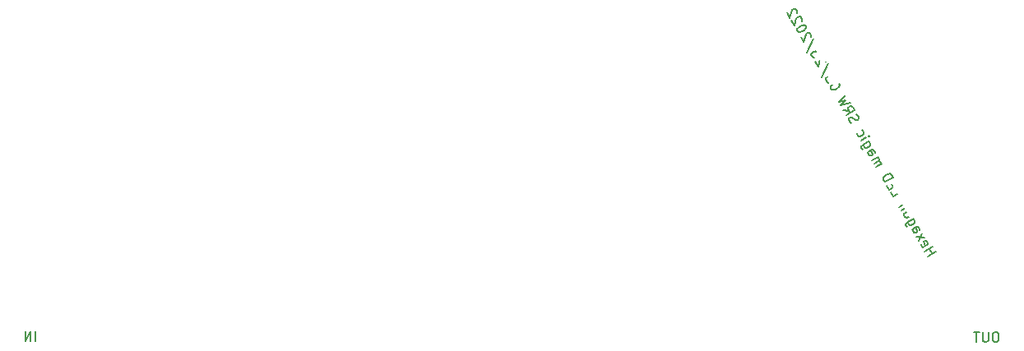
<source format=gbo>
%TF.GenerationSoftware,KiCad,Pcbnew,(5.1.6-0-10_14)*%
%TF.CreationDate,2022-03-25T15:42:39-05:00*%
%TF.ProjectId,ws2812b_hexagon_BACKUP_20220323,77733238-3132-4625-9f68-657861676f6e,rev?*%
%TF.SameCoordinates,Original*%
%TF.FileFunction,Legend,Bot*%
%TF.FilePolarity,Positive*%
%FSLAX46Y46*%
G04 Gerber Fmt 4.6, Leading zero omitted, Abs format (unit mm)*
G04 Created by KiCad (PCBNEW (5.1.6-0-10_14)) date 2022-03-25 15:42:39*
%MOMM*%
%LPD*%
G01*
G04 APERTURE LIST*
%ADD10C,0.150000*%
%ADD11C,0.100000*%
%ADD12R,1.800000X1.800000*%
%ADD13O,1.800000X1.800000*%
G04 APERTURE END LIST*
D10*
X208204417Y-98232319D02*
X209070442Y-97732319D01*
X208658049Y-97970414D02*
X208372335Y-97475543D01*
X207918702Y-97737447D02*
X208784728Y-97237447D01*
X207531370Y-96971330D02*
X207537750Y-97077618D01*
X207632988Y-97242576D01*
X207721846Y-97301245D01*
X207828134Y-97294865D01*
X208158049Y-97104389D01*
X208216718Y-97015531D01*
X208210338Y-96909242D01*
X208115100Y-96744285D01*
X208026242Y-96685616D01*
X207919954Y-96691996D01*
X207837475Y-96739615D01*
X207993092Y-97199627D01*
X207299655Y-96665225D02*
X207615100Y-95878260D01*
X207877005Y-96331892D02*
X207037750Y-96211593D01*
X206632988Y-95510525D02*
X207086620Y-95248620D01*
X207192908Y-95242240D01*
X207281767Y-95300909D01*
X207377005Y-95465867D01*
X207383385Y-95572155D01*
X206674227Y-95486715D02*
X206680607Y-95593004D01*
X206799655Y-95799200D01*
X206888513Y-95857869D01*
X206994801Y-95851489D01*
X207077280Y-95803870D01*
X207135949Y-95715012D01*
X207129569Y-95608724D01*
X207010521Y-95402527D01*
X207004142Y-95296239D01*
X206757957Y-94393645D02*
X206056889Y-94798407D01*
X205998220Y-94887265D01*
X205980790Y-94952314D01*
X205987170Y-95058602D01*
X206058599Y-95182320D01*
X206147457Y-95240989D01*
X206221846Y-94703169D02*
X206228226Y-94809457D01*
X206323464Y-94974414D01*
X206412323Y-95033083D01*
X206477371Y-95050513D01*
X206583660Y-95044133D01*
X206831095Y-94901276D01*
X206889764Y-94812418D01*
X206907194Y-94747369D01*
X206900814Y-94641081D01*
X206805576Y-94476123D01*
X206716718Y-94417454D01*
X205871083Y-94190867D02*
X205959942Y-94249536D01*
X206024990Y-94266966D01*
X206131279Y-94260586D01*
X206378714Y-94117729D01*
X206437383Y-94028871D01*
X206454813Y-93963822D01*
X206448434Y-93857534D01*
X206377005Y-93733816D01*
X206288147Y-93675147D01*
X206223098Y-93657717D01*
X206116810Y-93664097D01*
X205869374Y-93806954D01*
X205810705Y-93895812D01*
X205793275Y-93960861D01*
X205799655Y-94067149D01*
X205871083Y-94190867D01*
X206067481Y-93197705D02*
X205490131Y-93531038D01*
X205985003Y-93245324D02*
X206002432Y-93180275D01*
X205996053Y-93073987D01*
X205924624Y-92950269D01*
X205835766Y-92891600D01*
X205729478Y-92897980D01*
X205275845Y-93159885D01*
X204418702Y-91675270D02*
X204656798Y-92087663D01*
X205522823Y-91587663D01*
X204705668Y-91124690D02*
X204539001Y-90836015D01*
X204013940Y-90974201D02*
X204252036Y-91386594D01*
X205118061Y-90886594D01*
X204879966Y-90474201D01*
X203799655Y-90603048D02*
X204665680Y-90103048D01*
X204546632Y-89896851D01*
X204433965Y-89796943D01*
X204303867Y-89762083D01*
X204197579Y-89768463D01*
X204008812Y-89822462D01*
X203885094Y-89893890D01*
X203743946Y-90030368D01*
X203685277Y-90119226D01*
X203650418Y-90249324D01*
X203680607Y-90396851D01*
X203799655Y-90603048D01*
X202918702Y-89077193D02*
X203496053Y-88743860D01*
X203413574Y-88791479D02*
X203431004Y-88726430D01*
X203424624Y-88620142D01*
X203353195Y-88496424D01*
X203264337Y-88437755D01*
X203158049Y-88444135D01*
X202704417Y-88706040D01*
X203158049Y-88444135D02*
X203216718Y-88355276D01*
X203210338Y-88248988D01*
X203138910Y-88125270D01*
X203050051Y-88066601D01*
X202943763Y-88072981D01*
X202490131Y-88334886D01*
X202037750Y-87551339D02*
X202491382Y-87289434D01*
X202597670Y-87283055D01*
X202686529Y-87341724D01*
X202781767Y-87506681D01*
X202788147Y-87612969D01*
X202078989Y-87527530D02*
X202085369Y-87633818D01*
X202204417Y-87840014D01*
X202293275Y-87898683D01*
X202399563Y-87892304D01*
X202482042Y-87844684D01*
X202540711Y-87755826D01*
X202534331Y-87649538D01*
X202415283Y-87443341D01*
X202408904Y-87337053D01*
X202162719Y-86434459D02*
X201461651Y-86839221D01*
X201402982Y-86928079D01*
X201385552Y-86993128D01*
X201391932Y-87099416D01*
X201463360Y-87223134D01*
X201552219Y-87281803D01*
X201626608Y-86743983D02*
X201632988Y-86850271D01*
X201728226Y-87015228D01*
X201817084Y-87073897D01*
X201882133Y-87091327D01*
X201988421Y-87084947D01*
X202235857Y-86942090D01*
X202294526Y-86853232D01*
X202311956Y-86788183D01*
X202305576Y-86681895D01*
X202210338Y-86516938D01*
X202121480Y-86458268D01*
X201347274Y-86355399D02*
X201924624Y-86022066D01*
X202213299Y-85855399D02*
X202195869Y-85920448D01*
X202130821Y-85903018D01*
X202148250Y-85837969D01*
X202213299Y-85855399D01*
X202130821Y-85903018D01*
X200936132Y-85548043D02*
X200942512Y-85654331D01*
X201037750Y-85819288D01*
X201126608Y-85877957D01*
X201191657Y-85895387D01*
X201297945Y-85889007D01*
X201545381Y-85746150D01*
X201604050Y-85657292D01*
X201621480Y-85592243D01*
X201615100Y-85485955D01*
X201519862Y-85320998D01*
X201431004Y-85262329D01*
X200364704Y-84558300D02*
X200252036Y-84458391D01*
X200132988Y-84252195D01*
X200126608Y-84145907D01*
X200144038Y-84080858D01*
X200202707Y-83991999D01*
X200285186Y-83944380D01*
X200391474Y-83938001D01*
X200456523Y-83955430D01*
X200545381Y-84014099D01*
X200681858Y-84155247D01*
X200770717Y-84213916D01*
X200835766Y-84231346D01*
X200942054Y-84224966D01*
X201024532Y-84177347D01*
X201083201Y-84088489D01*
X201100631Y-84023440D01*
X201094252Y-83917152D01*
X200975204Y-83710955D01*
X200862536Y-83611047D01*
X199537750Y-83221212D02*
X200116810Y-83271792D01*
X199823464Y-83716084D02*
X200689490Y-83216084D01*
X200499013Y-82886169D01*
X200410155Y-82827500D01*
X200345106Y-82810070D01*
X200238818Y-82816450D01*
X200115100Y-82887879D01*
X200056431Y-82976737D01*
X200039001Y-83041786D01*
X200045381Y-83148074D01*
X200235857Y-83477988D01*
X200237109Y-82432537D02*
X199252036Y-82726340D01*
X199775387Y-82204240D01*
X199061559Y-82396426D01*
X199808537Y-81690229D01*
X199141871Y-80535529D02*
X199094252Y-80453050D01*
X199005393Y-80394381D01*
X198940344Y-80376951D01*
X198834056Y-80383331D01*
X198645289Y-80437330D01*
X198439093Y-80556378D01*
X198297945Y-80692855D01*
X198239276Y-80781713D01*
X198221846Y-80846762D01*
X198228226Y-80953050D01*
X198275845Y-81035529D01*
X198364704Y-81094198D01*
X198429752Y-81111628D01*
X198536040Y-81105248D01*
X198724807Y-81051249D01*
X198931004Y-80932202D01*
X199072151Y-80795724D01*
X199130821Y-80706866D01*
X199148250Y-80641817D01*
X199141871Y-80535529D01*
X198808537Y-79958179D02*
X198499013Y-79422068D01*
X198335766Y-79901219D01*
X198264337Y-79777501D01*
X198175479Y-79718832D01*
X198110430Y-79701402D01*
X198004142Y-79707782D01*
X197797945Y-79826830D01*
X197739276Y-79915688D01*
X197721846Y-79980737D01*
X197728226Y-80087025D01*
X197871083Y-80334461D01*
X197959942Y-80393130D01*
X198024990Y-80410560D01*
X197968824Y-78408515D02*
X197283934Y-79793679D01*
X197702249Y-78232508D02*
X197719679Y-78167459D01*
X197713299Y-78061171D01*
X197594252Y-77854974D01*
X197505393Y-77796305D01*
X197440344Y-77778875D01*
X197334056Y-77785255D01*
X197251578Y-77832874D01*
X197151669Y-77945542D01*
X196942512Y-78726128D01*
X196632988Y-78190017D01*
X197046632Y-76906470D02*
X197284728Y-77318863D01*
X196896144Y-77598198D01*
X196913574Y-77533149D01*
X196907194Y-77426861D01*
X196788147Y-77220664D01*
X196699288Y-77161995D01*
X196634239Y-77144565D01*
X196527951Y-77150945D01*
X196321755Y-77269993D01*
X196263086Y-77358851D01*
X196245656Y-77423900D01*
X196252036Y-77530188D01*
X196371083Y-77736384D01*
X196459942Y-77795054D01*
X196524990Y-77812483D01*
X196492634Y-75851678D02*
X195807744Y-77236843D01*
X196226059Y-75675671D02*
X196243488Y-75610622D01*
X196237109Y-75504334D01*
X196118061Y-75298137D01*
X196029203Y-75239468D01*
X195964154Y-75222038D01*
X195857866Y-75228418D01*
X195775387Y-75276037D01*
X195675479Y-75388705D01*
X195466321Y-76169291D01*
X195156798Y-75633180D01*
X195713299Y-74597069D02*
X195665680Y-74514590D01*
X195576822Y-74455921D01*
X195511773Y-74438491D01*
X195405485Y-74444871D01*
X195216718Y-74498870D01*
X195010521Y-74617918D01*
X194869374Y-74754395D01*
X194810705Y-74843253D01*
X194793275Y-74908302D01*
X194799655Y-75014590D01*
X194847274Y-75097069D01*
X194936132Y-75155738D01*
X195001181Y-75173168D01*
X195107469Y-75166788D01*
X195296236Y-75112789D01*
X195502432Y-74993742D01*
X195643580Y-74857264D01*
X195702249Y-74768406D01*
X195719679Y-74703357D01*
X195713299Y-74597069D01*
X195273678Y-74026098D02*
X195291107Y-73961050D01*
X195284728Y-73854761D01*
X195165680Y-73648565D01*
X195076822Y-73589896D01*
X195011773Y-73572466D01*
X194905485Y-73578846D01*
X194823006Y-73626465D01*
X194723098Y-73739133D01*
X194513940Y-74519719D01*
X194204417Y-73983608D01*
X194797487Y-73201312D02*
X194814917Y-73136263D01*
X194808537Y-73029975D01*
X194689490Y-72823779D01*
X194600631Y-72765110D01*
X194535582Y-72747680D01*
X194429294Y-72754060D01*
X194346816Y-72801679D01*
X194246907Y-72914347D01*
X194037750Y-73694933D01*
X193728226Y-73158822D01*
X215320000Y-106072380D02*
X215129523Y-106072380D01*
X215034285Y-106120000D01*
X214939047Y-106215238D01*
X214891428Y-106405714D01*
X214891428Y-106739047D01*
X214939047Y-106929523D01*
X215034285Y-107024761D01*
X215129523Y-107072380D01*
X215320000Y-107072380D01*
X215415238Y-107024761D01*
X215510476Y-106929523D01*
X215558095Y-106739047D01*
X215558095Y-106405714D01*
X215510476Y-106215238D01*
X215415238Y-106120000D01*
X215320000Y-106072380D01*
X214462857Y-106072380D02*
X214462857Y-106881904D01*
X214415238Y-106977142D01*
X214367619Y-107024761D01*
X214272380Y-107072380D01*
X214081904Y-107072380D01*
X213986666Y-107024761D01*
X213939047Y-106977142D01*
X213891428Y-106881904D01*
X213891428Y-106072380D01*
X213558095Y-106072380D02*
X212986666Y-106072380D01*
X213272380Y-107072380D02*
X213272380Y-106072380D01*
X116363809Y-106992380D02*
X116363809Y-105992380D01*
X115887619Y-106992380D02*
X115887619Y-105992380D01*
X115316190Y-106992380D01*
X115316190Y-105992380D01*
%LPC*%
%TO.C,J22*%
G36*
G01*
X132067028Y-136326694D02*
X132067028Y-136326694D01*
G75*
G02*
X132396451Y-135097271I779423J450000D01*
G01*
X132396451Y-135097271D01*
G75*
G02*
X133625874Y-135426694I450000J-779423D01*
G01*
X133625874Y-135426694D01*
G75*
G02*
X133296451Y-136656117I-779423J-450000D01*
G01*
X133296451Y-136656117D01*
G75*
G02*
X132067028Y-136326694I-450000J779423D01*
G01*
G37*
D11*
G36*
X131247028Y-134906412D02*
G01*
X130347028Y-133347566D01*
X131905874Y-132447566D01*
X132805874Y-134006412D01*
X131247028Y-134906412D01*
G37*
%TD*%
D12*
%TO.C,J18*%
X171862651Y-149293748D03*
D13*
X174402651Y-149293748D03*
%TD*%
D12*
%TO.C,J17*%
X186284307Y-149292789D03*
%TD*%
%TO.C,J20*%
X144197683Y-149296615D03*
%TD*%
D11*
%TO.C,J21*%
G36*
X139117532Y-144936608D02*
G01*
X140017532Y-146495454D01*
X138458686Y-147395454D01*
X137558686Y-145836608D01*
X139117532Y-144936608D01*
G37*
%TD*%
%TO.C,J23*%
G36*
X123349802Y-121224811D02*
G01*
X122449802Y-119665965D01*
X124008648Y-118765965D01*
X124908648Y-120324811D01*
X123349802Y-121224811D01*
G37*
G36*
G01*
X124169802Y-122645093D02*
X124169802Y-122645093D01*
G75*
G02*
X124499225Y-121415670I779423J450000D01*
G01*
X124499225Y-121415670D01*
G75*
G02*
X125728648Y-121745093I450000J-779423D01*
G01*
X125728648Y-121745093D01*
G75*
G02*
X125399225Y-122974516I-779423J-450000D01*
G01*
X125399225Y-122974516D01*
G75*
G02*
X124169802Y-122645093I-450000J779423D01*
G01*
G37*
%TD*%
%TO.C,J24*%
G36*
X118070906Y-108490435D02*
G01*
X118970906Y-110049281D01*
X117412060Y-110949281D01*
X116512060Y-109390435D01*
X118070906Y-108490435D01*
G37*
%TD*%
D13*
%TO.C,J19*%
X158605424Y-149292147D03*
D12*
X156065424Y-149292147D03*
%TD*%
%TO.C,J14*%
G36*
G01*
X207584696Y-120473840D02*
X207584696Y-120473840D01*
G75*
G02*
X206355273Y-120803263I-779423J450000D01*
G01*
X206355273Y-120803263D01*
G75*
G02*
X206025850Y-119573840I450000J779423D01*
G01*
X206025850Y-119573840D01*
G75*
G02*
X207255273Y-119244417I779423J-450000D01*
G01*
X207255273Y-119244417D01*
G75*
G02*
X207584696Y-120473840I-450000J-779423D01*
G01*
G37*
D11*
G36*
X206764696Y-121894122D02*
G01*
X205864696Y-123452968D01*
X204305850Y-122552968D01*
X205205850Y-120994122D01*
X206764696Y-121894122D01*
G37*
%TD*%
%TO.C,J15*%
G36*
X198864696Y-135574121D02*
G01*
X197964696Y-137132967D01*
X196405850Y-136232967D01*
X197305850Y-134674121D01*
X198864696Y-135574121D01*
G37*
G36*
G01*
X199684696Y-134153839D02*
X199684696Y-134153839D01*
G75*
G02*
X198455273Y-134483262I-779423J450000D01*
G01*
X198455273Y-134483262D01*
G75*
G02*
X198125850Y-133253839I450000J779423D01*
G01*
X198125850Y-133253839D01*
G75*
G02*
X199355273Y-132924416I779423J-450000D01*
G01*
X199355273Y-132924416D01*
G75*
G02*
X199684696Y-134153839I-450000J-779423D01*
G01*
G37*
%TD*%
%TO.C,J13*%
G36*
X211515849Y-110062968D02*
G01*
X212415849Y-108504122D01*
X213974695Y-109404122D01*
X213074695Y-110962968D01*
X211515849Y-110062968D01*
G37*
%TD*%
%TO.C,J16*%
G36*
X190475850Y-146512967D02*
G01*
X191375850Y-144954121D01*
X192934696Y-145854121D01*
X192034696Y-147412967D01*
X190475850Y-146512967D01*
G37*
%TD*%
%TO.C,J12*%
G36*
X212422227Y-104712847D02*
G01*
X211522227Y-103154001D01*
X213081073Y-102254001D01*
X213981073Y-103812847D01*
X212422227Y-104712847D01*
G37*
%TD*%
%TO.C,J9*%
G36*
X191375602Y-68266675D02*
G01*
X190475602Y-66707829D01*
X192034448Y-65807829D01*
X192934448Y-67366675D01*
X191375602Y-68266675D01*
G37*
%TD*%
%TO.C,J10*%
G36*
X199246106Y-78296870D02*
G01*
X200146106Y-79855716D01*
X198587260Y-80755716D01*
X197687260Y-79196870D01*
X199246106Y-78296870D01*
G37*
G36*
G01*
X198426106Y-76876588D02*
X198426106Y-76876588D01*
G75*
G02*
X198096683Y-78106011I-779423J-450000D01*
G01*
X198096683Y-78106011D01*
G75*
G02*
X196867260Y-77776588I-450000J779423D01*
G01*
X196867260Y-77776588D01*
G75*
G02*
X197196683Y-76547165I779423J450000D01*
G01*
X197196683Y-76547165D01*
G75*
G02*
X198426106Y-76876588I450000J-779423D01*
G01*
G37*
%TD*%
%TO.C,J11*%
G36*
G01*
X206323333Y-90558188D02*
X206323333Y-90558188D01*
G75*
G02*
X205993910Y-91787611I-779423J-450000D01*
G01*
X205993910Y-91787611D01*
G75*
G02*
X204764487Y-91458188I-450000J779423D01*
G01*
X204764487Y-91458188D01*
G75*
G02*
X205093910Y-90228765I779423J450000D01*
G01*
X205093910Y-90228765D01*
G75*
G02*
X206323333Y-90558188I450000J-779423D01*
G01*
G37*
G36*
X207143333Y-91978470D02*
G01*
X208043333Y-93537316D01*
X206484487Y-94437316D01*
X205584487Y-92878470D01*
X207143333Y-91978470D01*
G37*
%TD*%
D13*
%TO.C,J6*%
X156074808Y-63896332D03*
D12*
X158614808Y-63896332D03*
%TD*%
%TO.C,J7*%
X174412035Y-63897933D03*
D13*
X171872035Y-63897933D03*
%TD*%
D12*
%TO.C,J5*%
X144193151Y-63897289D03*
%TD*%
%TO.C,J8*%
X186279776Y-63893464D03*
%TD*%
D11*
%TO.C,J4*%
G36*
X140006622Y-66687403D02*
G01*
X139106622Y-68246249D01*
X137547776Y-67346249D01*
X138447776Y-65787403D01*
X140006622Y-66687403D01*
G37*
%TD*%
%TO.C,J1*%
G36*
X118966623Y-103137401D02*
G01*
X118066623Y-104696247D01*
X116507777Y-103796247D01*
X117407777Y-102237401D01*
X118966623Y-103137401D01*
G37*
%TD*%
%TO.C,J2*%
G36*
X123717775Y-91306248D02*
G01*
X124617775Y-89747402D01*
X126176621Y-90647402D01*
X125276621Y-92206248D01*
X123717775Y-91306248D01*
G37*
G36*
G01*
X122897775Y-92726530D02*
X122897775Y-92726530D01*
G75*
G02*
X124127198Y-92397107I779423J-450000D01*
G01*
X124127198Y-92397107D01*
G75*
G02*
X124456621Y-93626530I-450000J-779423D01*
G01*
X124456621Y-93626530D01*
G75*
G02*
X123227198Y-93955953I-779423J450000D01*
G01*
X123227198Y-93955953D01*
G75*
G02*
X122897775Y-92726530I450000J779423D01*
G01*
G37*
%TD*%
%TO.C,J3*%
G36*
G01*
X130797775Y-79046531D02*
X130797775Y-79046531D01*
G75*
G02*
X132027198Y-78717108I779423J-450000D01*
G01*
X132027198Y-78717108D01*
G75*
G02*
X132356621Y-79946531I-450000J-779423D01*
G01*
X132356621Y-79946531D01*
G75*
G02*
X131127198Y-80275954I-779423J450000D01*
G01*
X131127198Y-80275954D01*
G75*
G02*
X130797775Y-79046531I450000J779423D01*
G01*
G37*
G36*
X131617775Y-77626249D02*
G01*
X132517775Y-76067403D01*
X134076621Y-76967403D01*
X133176621Y-78526249D01*
X131617775Y-77626249D01*
G37*
%TD*%
M02*

</source>
